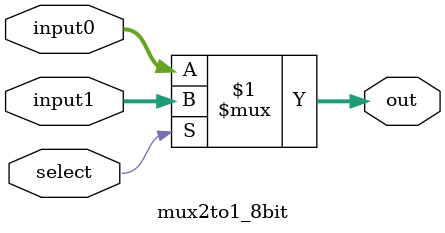
<source format=v>
/*********************************************** SINGLE MOVE *********************************************/

// Computes a single move of SubtractSquare.

module single_move (
  input clk,
  input reset_n,
  input start,
  input load_input,
  input [3:0] player_input,
  output [7:0] next_game_state
  );

  // Wires connect the datapath and FSM. 
  wire ld_reg0, ld_reg1, ld_reg2, mux0_sel, mux1_sel, mux3_sel, alu_op;
  
  move_control C0 (
    .clk(clk),
    .reset_n(reset_n),
    .start(start),
    .load_input(load_input),
    .ld_reg0(ld_reg0),
    .ld_reg1(ld_reg1),
    .ld_reg2(ld_reg2),
    .mux0_sel(mux0_sel),
    .mux1_sel(mux1_sel),
    .mux3_sel(mux3_sel),
    .alu_op(alu_op)
  );

  move_datapath D0 (
    .clk(clk), 
    .reset_n(reset_n), 
    .ld_reg0(ld_reg0), 
    .ld_reg1(ld_reg1), 
    .ld_reg2(ld_reg2), 
    .mux0_sel(mux0_sel), 
    .mux1_sel(mux1_sel), 
    .mux3_sel(mux3_sel),
    .enable_rand(start),
    .alu_op(alu_op),
    .player_input(player_input),
    .next_game_state(next_game_state)
  );

endmodule
      
/**************************************************** FSM ************************************************/

// Controls move_datapath. START and DISPLAY_INITIAL_GAME_STATE are only visited once after the players press the start key.

module move_control (
  input clk,
  input reset_n,
  input load_input,
  input start,
  output reg ld_reg0, ld_reg1, ld_reg2,
  output reg mux0_sel, mux1_sel, mux3_sel,
  output reg alu_op
  );

  reg [5:0] current_state, next_state; 

  localparam  START                         = 6'd0,
              DISPLAY_INITIAL_GAME_STATE    = 6'd1,
              LOAD_INPUT                    = 6'd2,
              LOAD_INPUT_WAIT               = 6'd3,
              COMPUTE_MOVE                  = 6'd4,
              COMPUTE_NEXT_GAME_STATE       = 6'd5;

  // Next state logic aka our state table
  always@(*)
  begin: state_table
        case (current_state)
          START: next_state = start ? DISPLAY_INITIAL_GAME_STATE: START; // Loops in current state until a player presses "start". 
          DISPLAY_INITIAL_GAME_STATE: next_state = LOAD_INPUT; // Generates a (pseudo-random) starting game state and transitions to the "load" state. 
          LOAD_INPUT: next_state = load_input ? LOAD_INPUT_WAIT : LOAD_INPUT; // Loops in current state until a player's input is "loaded". 
          LOAD_INPUT_WAIT: next_state = load_input ? LOAD_INPUT_WAIT : COMPUTE_MOVE; // Loops in current state until signal goes low. 
          COMPUTE_MOVE: next_state = COMPUTE_NEXT_GAME_STATE; // Computes move (perfect square) and transitions to the state that calculates the next game state. 
          COMPUTE_NEXT_GAME_STATE: next_state = LOAD_INPUT; // Computes the next game state and returns to the "load" state for the next player to play. 
        default:   next_state = START; 
    endcase
  end
  
  // Output logic aka all of our datapath control signals
  always @(*)
  begin: enable_signals
      ld_reg0 = 1'd0;
      ld_reg1 = 1'd1;
      ld_reg2 = 1'd0; 
      mux0_sel = 1'd0;
      mux1_sel = 1'd0;
      mux3_sel = 1'd0; 
      alu_op = 1'd0;
	
      case (current_state) 
      DISPLAY_INITIAL_GAME_STATE: 
        begin
    	  ld_reg2 = 1'd1; // Stores the starting "random" game state. 
	end
	  
      LOAD_INPUT: 
        begin 
    	  ld_reg0 = 1'd1; // Stores player's input. 
        end

      COMPUTE_MOVE: 
        begin 
          mux0_sel = 1'd0; // Select player's input. 
	  mux1_sel = 1'd1; // Selects player's input. 
	  alu_op = 1'd1; // Performs multiplication to get move (move = player's input * player's input). 
          ld_reg1 = 1'd1; // Stores move. 
        end

      COMPUTE_NEXT_GAME_STATE: 
        begin 
          mux0_sel = 1'd1; // Selects current game state. 
    	  mux1_sel = 1'd0; // Selects move. 
          alu_op = 1'd0; // Performs subtraction to get potential next game state (current game state - move). 
	  ld_reg1 = 1'd0; // Prevents infinite subtraction loop.
	  mux3_sel = 1'd1; // Selects result of MUX2 (either a new game state calculated with the player's chosen move or a forced one). 
	  ld_reg2 = 1'd1; // Stores next game state. 
        end 
  endcase
  end // enable signals

  always@(posedge clk)
  begin: state_FFs
    if (reset_n)
      current_state <= START;
    else
      current_state <= next_state;
  end 

endmodule

/**************************************************** DATAPATH ********************************************/

/* A series of registers, muxes, and an ALU that, with signals from the move_control module, computes the next game state given a player input and the previous game state.
Checking the validity of the player's chosen move is implemented here. Also, the "forced move" module is instantiated here. */

module move_datapath (
  input clk, 
  input reset_n, 
  input ld_reg0, 
  input ld_reg1, 
  input ld_reg2, 
  input mux0_sel, 
  input mux1_sel, 
  input mux3_sel,
  input alu_op,
  input enable_rand,
  input [3:0] player_input, 
  output [7:0] next_game_state
  );

  wire comparator_out;
  wire [7:0] reg0_out, reg1_out, reg2_out;
  wire [7:0] mux0_out, mux1_out, mux2_out, mux3_out, alu_out;
  wire [7:0] random_game_state, buffer, forced_move, game_state;

  // Generates a pseudo-random game state. 
  random_game_state R0 (
    .clk(clk),
    .reset_n(reset_n),
    .enable_rand(enable_rand),
    .next_game_state(random_game_state)
  );

  // Stores a player's input. 
  reg_8bit REG0 (
    .clk(clk),
    .reset_n(reset_n), 
    .load_n(ld_reg0), 
    .load_val({4'd0, player_input}), 
    .out(reg0_out)
  );
  
  // Selects the player's input or the current game state. 
  mux2to1_8bit MUX0 (
    .input0(reg0_out), 
    .input1(reg2_out), 
    .select(mux0_sel),
    .out(mux0_out) 
  );
  
  // Selects the player's move or mux0_out. Note: move = player's input * player's input. 
  mux2to1_8bit MUX1 (
    .input0(buffer), 
    .input1(mux0_out),  
    .select(mux1_sel),
    .out(mux1_out)
  ); 
  
  // Computes player's move (perfect square) or the potential next game state (current game state - move).
  mux2to1_8bit ALU (
    .input0(mux0_out - mux1_out), 
    .input1(mux1_out * mux0_out), 
    .select(alu_op),
    .out(alu_out)
    ); 

  // Checks whether the player's input is a valid move based on the current game state. 
  assign comparator_out = (8'd0 <= alu_out) && (alu_out < mux0_out);

  // Stores the output of the ALU.
  reg_8bit REG1 (
    .clk(clk),
    .reset_n(reset_n), 
    .load_n(ld_reg1), 
    .load_val(alu_out), 
    .out(buffer)
  );

  // Determines a "forced move" based on the current game state. 
  forced_move_LUT FM (
    .game_state(mux0_out),
    .move(forced_move)
  );

  // Selects the next game state that's either computed using the player's input or the "forced move". 
  mux2to1_8bit MUX2 (
    .input0(mux0_out - forced_move), // Game state computer using "forced move". 
    .input1(alu_out), // Game state computed using player's input. 
    .select(comparator_out), // 1 iff player's input is valid and 0 otherwise. 
    .out(mux2_out)
  );  

  // Selects the initial "random" game state or the game state in an ongoing match. 
  mux2to1_8bit MUX3 (
    .input0(random_game_state), 
    .input1(mux2_out), 
    .select(mux3_sel),
    .out(mux3_out)
  ); 

  // Stores the next game state to be used for the next player's turn. 
  reg_8bit REG2 (
    .clk(clk),
    .reset_n(reset_n), 
    .load_n(ld_reg2), 
    .load_val(mux3_out), 
    .out(reg2_out)
  );

  // Outputs the next game state. 
  assign next_game_state = reg2_out;
endmodule

/********************************************** 8-BIT REIGSTER *******************************************/

module reg_8bit (
  input clk, 
  input reset_n, 
  input load_n, 
  input [7:0] load_val,
  output [7:0] out
  );
  
  reg [7:0] store;
  assign out = store;

  always @(posedge clk)
  begin: register
    if (reset_n)
      store <= 8'd0;
    else if (load_n)
      store <= load_val;
  end 
 endmodule

/******************************************** 8-BIT 2 TO 1 MUX ******************************************/

module mux2to1_8bit (
  input [7:0] input0, // Chosen when "select" is 0. 
  input [7:0] input1, // Chosen when "select" is 1. 
  input select, // Select signal
  output [7:0] out // Output
  ); 
  
  assign out = select ? input1 : input0;

endmodule 

</source>
